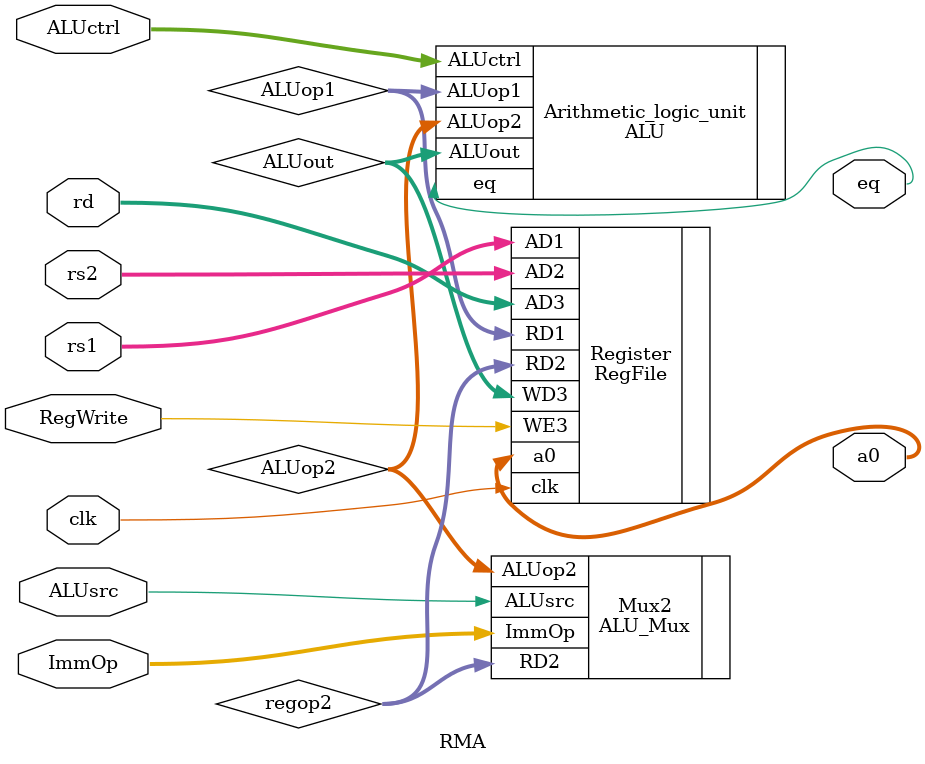
<source format=sv>
module RMA #(
    parameter   ADDRESS_WIDTH = 5,
                DATA_WIDTH = 32
)(
    input   logic                       clk,                // REG input
    input   logic [ADDRESS_WIDTH-1:0]   rs1,                // REG input
    input   logic [ADDRESS_WIDTH-1:0]   rs2,                // REG input
    input   logic [ADDRESS_WIDTH-1:0]   rd,                 // REG input
    input   logic                       RegWrite,           // REG input
    input   logic [DATA_WIDTH-1:0]      ImmOp,              // MUX input
    input   logic                       ALUsrc,             // MUX input
    input   logic [2:0]                 ALUctrl,            // ALU input
    output  logic                       eq,                 // ALU output
    output  logic [DATA_WIDTH-1:0]      a0                  // REG output
);

    logic   [DATA_WIDTH-1:0]              ALUop1;           // interconnect wire from RD1 to ALU
    logic   [DATA_WIDTH-1:0]              regop2;           // interconnect wire from RD2 to MUX
    logic   [DATA_WIDTH-1:0]              ALUop2;           // interconnect wire from MUX to ALU
    logic   [DATA_WIDTH-1:0]              ALUout;           // interconnect wire from ALU to WD3

RegFile Register (
    .clk        (clk),
    .AD1        (rs1),
    .AD2        (rs2),
    .AD3        (rd),
    .WD3        (ALUout),
    .WE3        (RegWrite),
    .a0         (a0),
    .RD1        (ALUop1),
    .RD2        (regop2)
);

ALU_Mux Mux2 (
    .ImmOp      (ImmOp),
    .RD2        (regop2),
    .ALUsrc     (ALUsrc),
    .ALUop2     (ALUop2)
);

ALU Arithmetic_logic_unit (
    .ALUop1     (ALUop1),
    .ALUop2     (ALUop2),
    .ALUctrl    (ALUctrl),
    .ALUout     (ALUout),
    .eq         (eq)
);

endmodule

</source>
